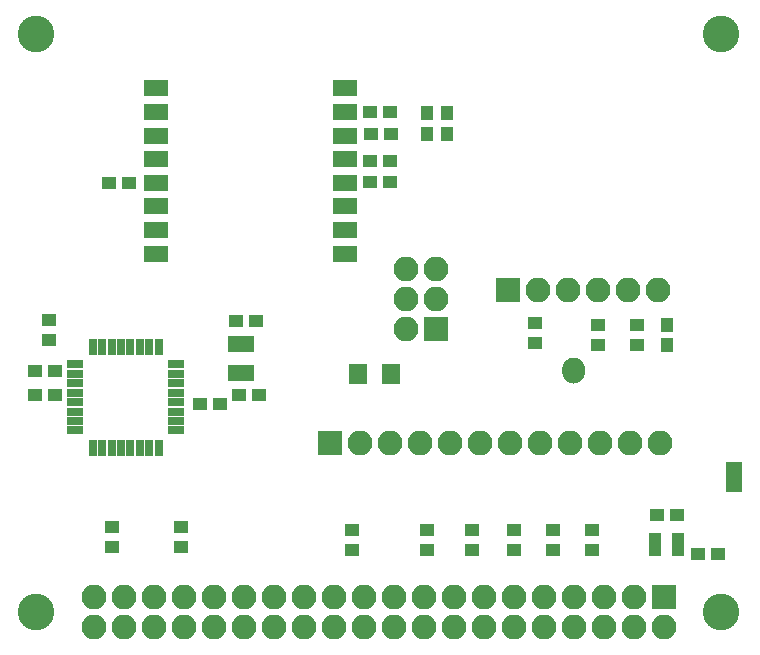
<source format=gbr>
G04 #@! TF.GenerationSoftware,KiCad,Pcbnew,5.0.0*
G04 #@! TF.CreationDate,2019-05-30T17:21:17+01:00*
G04 #@! TF.ProjectId,RRAT,525241542E6B696361645F7063620000,rev?*
G04 #@! TF.SameCoordinates,Original*
G04 #@! TF.FileFunction,Soldermask,Top*
G04 #@! TF.FilePolarity,Negative*
%FSLAX46Y46*%
G04 Gerber Fmt 4.6, Leading zero omitted, Abs format (unit mm)*
G04 Created by KiCad (PCBNEW 5.0.0) date Thu May 30 17:21:17 2019*
%MOMM*%
%LPD*%
G01*
G04 APERTURE LIST*
%ADD10C,0.150000*%
%ADD11R,2.100000X2.100000*%
%ADD12O,2.100000X2.100000*%
%ADD13C,3.100000*%
%ADD14R,1.371600X0.660400*%
%ADD15R,0.660400X1.371600*%
%ADD16R,2.101600X1.401600*%
%ADD17R,1.201600X1.101600*%
%ADD18R,1.371600X2.641600*%
%ADD19R,2.200000X1.400000*%
%ADD20R,1.101600X1.201600*%
%ADD21R,1.050000X0.800000*%
%ADD22R,1.501600X1.701600*%
%ADD23C,0.800000*%
%ADD24C,0.100000*%
G04 APERTURE END LIST*
D10*
G04 #@! TO.C,JP1*
X161925000Y-107315000D02*
X161925000Y-107061000D01*
X160147000Y-107315000D02*
X160147000Y-107061000D01*
X161925000Y-107188000D02*
X160147000Y-107188000D01*
X161353500Y-106299000D02*
X160655000Y-106299000D01*
X160337500Y-106553000D02*
X161734500Y-106553000D01*
X161798000Y-106680000D02*
X160274000Y-106680000D01*
X160210500Y-106807000D02*
X161861500Y-106807000D01*
X161861500Y-106934000D02*
X160210500Y-106934000D01*
X160147000Y-107061000D02*
X161925000Y-107061000D01*
X161925000Y-107061000D02*
G75*
G03X161036000Y-106172000I-889000J0D01*
G01*
X161036000Y-106172000D02*
G75*
G03X160147000Y-107061000I0J-889000D01*
G01*
X160655000Y-108077000D02*
X161417000Y-108077000D01*
X161734500Y-107823000D02*
X160337500Y-107823000D01*
X160274000Y-107696000D02*
X161798000Y-107696000D01*
X161861500Y-107569000D02*
X160210500Y-107569000D01*
X160210500Y-107442000D02*
X161861500Y-107442000D01*
X160147000Y-107315000D02*
X161925000Y-107315000D01*
X161036000Y-108204000D02*
G75*
G03X161925000Y-107315000I0J889000D01*
G01*
X160147000Y-107315000D02*
G75*
G03X161036000Y-108204000I889000J0D01*
G01*
G04 #@! TD*
D11*
G04 #@! TO.C,J3*
X168680000Y-126355000D03*
D12*
X168680000Y-128895000D03*
X166140000Y-126355000D03*
X166140000Y-128895000D03*
X163600000Y-126355000D03*
X163600000Y-128895000D03*
X161060000Y-126355000D03*
X161060000Y-128895000D03*
X158520000Y-126355000D03*
X158520000Y-128895000D03*
X155980000Y-126355000D03*
X155980000Y-128895000D03*
X153440000Y-126355000D03*
X153440000Y-128895000D03*
X150900000Y-126355000D03*
X150900000Y-128895000D03*
X148360000Y-126355000D03*
X148360000Y-128895000D03*
X145820000Y-126355000D03*
X145820000Y-128895000D03*
X143280000Y-126355000D03*
X143280000Y-128895000D03*
X140740000Y-126355000D03*
X140740000Y-128895000D03*
X138200000Y-126355000D03*
X138200000Y-128895000D03*
X135660000Y-126355000D03*
X135660000Y-128895000D03*
X133120000Y-126355000D03*
X133120000Y-128895000D03*
X130580000Y-126355000D03*
X130580000Y-128895000D03*
X128040000Y-126355000D03*
X128040000Y-128895000D03*
X125500000Y-126355000D03*
X125500000Y-128895000D03*
X122960000Y-126355000D03*
X122960000Y-128895000D03*
X120420000Y-126355000D03*
X120420000Y-128895000D03*
G04 #@! TD*
D13*
G04 #@! TO.C,REF\002A\002A*
X173550000Y-78650000D03*
G04 #@! TD*
G04 #@! TO.C,REF\002A\002A*
X115550000Y-78650000D03*
G04 #@! TD*
G04 #@! TO.C,REF\002A\002A*
X173550000Y-127650000D03*
G04 #@! TD*
D14*
G04 #@! TO.C,IC1*
X127407598Y-112256534D03*
X127407598Y-111456534D03*
X127407598Y-110656534D03*
X127407598Y-109856534D03*
X127407598Y-109056534D03*
X127407598Y-108256534D03*
X127407598Y-107456534D03*
X127407598Y-106656534D03*
D15*
X125914998Y-105163934D03*
X125114998Y-105163934D03*
X124314998Y-105163934D03*
X123514998Y-105163934D03*
X122714998Y-105163934D03*
X121914998Y-105163934D03*
X121114998Y-105163934D03*
X120314998Y-105163934D03*
D14*
X118822398Y-106656534D03*
X118822398Y-107456534D03*
X118822398Y-108256534D03*
X118822398Y-109056534D03*
X118822398Y-109856534D03*
X118822398Y-110656534D03*
X118822398Y-111456534D03*
X118822398Y-112256534D03*
D15*
X120314998Y-113749134D03*
X121114998Y-113749134D03*
X121914998Y-113749134D03*
X122714998Y-113749134D03*
X123514998Y-113749134D03*
X124314998Y-113749134D03*
X125114998Y-113749134D03*
X125914998Y-113749134D03*
G04 #@! TD*
D16*
G04 #@! TO.C,U1*
X125692398Y-83286434D03*
X125692398Y-85286434D03*
X125692398Y-87286434D03*
X125692398Y-89286434D03*
X125692398Y-91286434D03*
X125692398Y-93286434D03*
X125692398Y-95286434D03*
X125692398Y-97286434D03*
X141692398Y-97286434D03*
X141692398Y-95286434D03*
X141692398Y-93286434D03*
X141692398Y-91286434D03*
X141692398Y-89286434D03*
X141692398Y-87286434D03*
X141692398Y-85286434D03*
X141692398Y-83286434D03*
G04 #@! TD*
D17*
G04 #@! TO.C,C4*
X115394000Y-109220000D03*
X117094000Y-109220000D03*
G04 #@! TD*
D18*
G04 #@! TO.C,ANT1*
X174617398Y-116232534D03*
G04 #@! TD*
D17*
G04 #@! TO.C,C2*
X131064000Y-109982000D03*
X129364000Y-109982000D03*
G04 #@! TD*
G04 #@! TO.C,C3*
X117094000Y-107188000D03*
X115394000Y-107188000D03*
G04 #@! TD*
G04 #@! TO.C,C5*
X123371998Y-91262734D03*
X121671998Y-91262734D03*
G04 #@! TD*
D19*
G04 #@! TO.C,Q1*
X132829318Y-107432694D03*
X132829318Y-104932694D03*
G04 #@! TD*
D11*
G04 #@! TO.C,J1*
X155448000Y-100330000D03*
D12*
X157988000Y-100330000D03*
X160528000Y-100330000D03*
X163068000Y-100330000D03*
X165608000Y-100330000D03*
X168148000Y-100330000D03*
G04 #@! TD*
D11*
G04 #@! TO.C,J4*
X140448798Y-113349634D03*
D12*
X142988798Y-113349634D03*
X145528798Y-113349634D03*
X148068798Y-113349634D03*
X150608798Y-113349634D03*
X153148798Y-113349634D03*
X155688798Y-113349634D03*
X158228798Y-113349634D03*
X160768798Y-113349634D03*
X163308798Y-113349634D03*
X165848798Y-113349634D03*
X168388798Y-113349634D03*
G04 #@! TD*
D11*
G04 #@! TO.C,J2*
X149352000Y-103632000D03*
D12*
X146812000Y-103632000D03*
X149352000Y-101092000D03*
X146812000Y-101092000D03*
X149352000Y-98552000D03*
X146812000Y-98552000D03*
G04 #@! TD*
D20*
G04 #@! TO.C,R4*
X150290000Y-87122000D03*
X148590000Y-87122000D03*
G04 #@! TD*
D17*
G04 #@! TO.C,R5*
X162560000Y-120650000D03*
X162560000Y-122350000D03*
G04 #@! TD*
D21*
G04 #@! TO.C,U2*
X167960000Y-121270000D03*
X167960000Y-122570000D03*
X169860000Y-121920000D03*
X167960000Y-121920000D03*
X169860000Y-122570000D03*
X169860000Y-121270000D03*
G04 #@! TD*
D17*
G04 #@! TO.C,R15*
X148590000Y-120650000D03*
X148590000Y-122350000D03*
G04 #@! TD*
D22*
G04 #@! TO.C,C6*
X142742000Y-107442000D03*
X145542000Y-107442000D03*
G04 #@! TD*
D20*
G04 #@! TO.C,C1*
X168910000Y-104990000D03*
X168910000Y-103290000D03*
G04 #@! TD*
D17*
G04 #@! TO.C,C7*
X145464000Y-89408000D03*
X143764000Y-89408000D03*
G04 #@! TD*
G04 #@! TO.C,C8*
X143764000Y-91186000D03*
X145464000Y-91186000D03*
G04 #@! TD*
G04 #@! TO.C,C9*
X143842000Y-87122000D03*
X145542000Y-87122000D03*
G04 #@! TD*
G04 #@! TO.C,C10*
X145464000Y-85324214D03*
X143764000Y-85324214D03*
G04 #@! TD*
G04 #@! TO.C,R1*
X166370000Y-104990000D03*
X166370000Y-103290000D03*
G04 #@! TD*
G04 #@! TO.C,R2*
X163068000Y-103290000D03*
X163068000Y-104990000D03*
G04 #@! TD*
G04 #@! TO.C,C11*
X132412000Y-102997000D03*
X134112000Y-102997000D03*
G04 #@! TD*
G04 #@! TO.C,C12*
X134415000Y-109220000D03*
X132715000Y-109220000D03*
G04 #@! TD*
D20*
G04 #@! TO.C,R9*
X148590000Y-85344000D03*
X150290000Y-85344000D03*
G04 #@! TD*
D17*
G04 #@! TO.C,R10*
X155956000Y-120650000D03*
X155956000Y-122350000D03*
G04 #@! TD*
G04 #@! TO.C,R12*
X159258000Y-120650000D03*
X159258000Y-122350000D03*
G04 #@! TD*
G04 #@! TO.C,R13*
X152400000Y-120650000D03*
X152400000Y-122350000D03*
G04 #@! TD*
G04 #@! TO.C,R14*
X142240000Y-122350000D03*
X142240000Y-120650000D03*
G04 #@! TD*
G04 #@! TO.C,R16*
X127762000Y-122096000D03*
X127762000Y-120396000D03*
G04 #@! TD*
G04 #@! TO.C,R17*
X121920000Y-122096000D03*
X121920000Y-120396000D03*
G04 #@! TD*
G04 #@! TO.C,R18*
X116586000Y-104570000D03*
X116586000Y-102870000D03*
G04 #@! TD*
D23*
G04 #@! TO.C,JP1*
X161036000Y-107688000D03*
D24*
G36*
X160367954Y-107288000D02*
X161704046Y-107288000D01*
X161570712Y-108088000D01*
X160501288Y-108088000D01*
X160367954Y-107288000D01*
X160367954Y-107288000D01*
G37*
D23*
X161036000Y-106688000D03*
D24*
G36*
X161704046Y-107088000D02*
X160367954Y-107088000D01*
X160501288Y-106288000D01*
X161570712Y-106288000D01*
X161704046Y-107088000D01*
X161704046Y-107088000D01*
G37*
G04 #@! TD*
D17*
G04 #@! TO.C,R3*
X157734000Y-103124000D03*
X157734000Y-104824000D03*
G04 #@! TD*
G04 #@! TO.C,C13*
X169760000Y-119380000D03*
X168060000Y-119380000D03*
G04 #@! TD*
G04 #@! TO.C,C14*
X171528000Y-122682000D03*
X173228000Y-122682000D03*
G04 #@! TD*
D13*
G04 #@! TO.C,REF\002A\002A*
X115550000Y-127650000D03*
G04 #@! TD*
M02*

</source>
